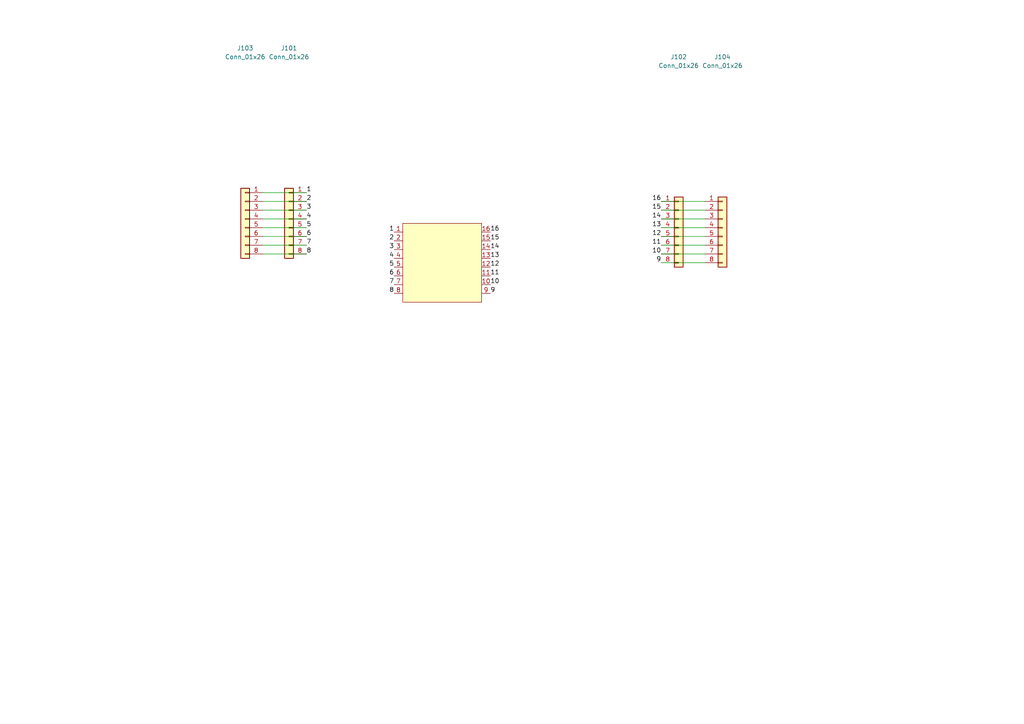
<source format=kicad_sch>
(kicad_sch (version 20250114) (generator "eeschema") (generator_version "9.0")
  (paper "A4")
  (lib_symbols
    (symbol "Connector_Generic:Conn_01x08" (pin_names (offset 1.016) (hide yes))
      (property "Reference" "J" (at 0 10.16 0))
      (property "Value" "Conn_01x08" (at 0 -12.7 0))
      (symbol "Conn_01x08_1_1"
        (rectangle (start -1.27 8.89) (end 1.27 -11.43) (stroke (width 0.254)) (fill (type background)))
        (rectangle (start -1.27 7.747) (end 0 7.493) (stroke (width 0.1524)))
        (rectangle (start -1.27 5.207) (end 0 4.953) (stroke (width 0.1524)))
        (rectangle (start -1.27 2.667) (end 0 2.413) (stroke (width 0.1524)))
        (rectangle (start -1.27 0.127) (end 0 -0.127) (stroke (width 0.1524)))
        (rectangle (start -1.27 -2.413) (end 0 -2.667) (stroke (width 0.1524)))
        (rectangle (start -1.27 -4.953) (end 0 -5.207) (stroke (width 0.1524)))
        (rectangle (start -1.27 -7.493) (end 0 -7.747) (stroke (width 0.1524)))
        (rectangle (start -1.27 -10.033) (end 0 -10.287) (stroke (width 0.1524)))
        (pin passive line (at -5.08 7.62 0) (length 3.81) (name "Pin_1") (number "1"))
        (pin passive line (at -5.08 5.08 0) (length 3.81) (name "Pin_2") (number "2"))
        (pin passive line (at -5.08 2.54 0) (length 3.81) (name "Pin_3") (number "3"))
        (pin passive line (at -5.08 0 0) (length 3.81) (name "Pin_4") (number "4"))
        (pin passive line (at -5.08 -2.54 0) (length 3.81) (name "Pin_5") (number "5"))
        (pin passive line (at -5.08 -5.08 0) (length 3.81) (name "Pin_6") (number "6"))
        (pin passive line (at -5.08 -7.62 0) (length 3.81) (name "Pin_7") (number "7"))
        (pin passive line (at -5.08 -10.16 0) (length 3.81) (name "Pin_8") (number "8"))
      )
    )
    (symbol "Interface_Ethernet:VSC8541XMV-0x"
      (symbol "VSC8541XMV-0x_0_0"
        (pin unspecified line (at -13.97 8.89 0) (length 2.54) (name "") (number "1"))
        (pin unspecified line (at -13.97 6.35 0) (length 2.54) (name "") (number "2"))
        (pin unspecified line (at -13.97 3.81 0) (length 2.54) (name "") (number "3"))
        (pin unspecified line (at -13.97 1.27 0) (length 2.54) (name "") (number "4"))
        (pin unspecified line (at -13.97 -1.27 0) (length 2.54) (name "") (number "5"))
        (pin unspecified line (at -13.97 -3.81 0) (length 2.54) (name "") (number "6"))
        (pin unspecified line (at -13.97 -6.35 0) (length 2.54) (name "") (number "7"))
        (pin unspecified line (at -13.97 -8.89 0) (length 2.54) (name "") (number "8"))
        (pin unspecified line (at 13.97 8.89 180) (length 2.54) (name "") (number "16"))
        (pin unspecified line (at 13.97 6.35 180) (length 2.54) (name "") (number "15"))
        (pin unspecified line (at 13.97 3.81 180) (length 2.54) (name "") (number "14"))
        (pin unspecified line (at 13.97 1.27 180) (length 2.54) (name "") (number "13"))
        (pin unspecified line (at 13.97 -1.27 180) (length 2.54) (name "") (number "12"))
        (pin unspecified line (at 13.97 -3.81 180) (length 2.54) (name "") (number "11"))
        (pin unspecified line (at 13.97 -6.35 180) (length 2.54) (name "") (number "10"))
        (pin unspecified line (at 13.97 -8.89 180) (length 2.54) (name "") (number "9"))
      )
      (symbol "VSC8541XMV-0x_1_1"
        (rectangle (start -11.43 11.43) (end 11.43 -11.43) (fill (type background)))
      )
    )
  )
  (wire (pts (xy 204.47 60.96) (xy 191.77 60.96)))
  (wire (pts (xy 76.2 55.88) (xy 88.9 55.88)))
  (wire (pts (xy 76.2 68.58) (xy 88.9 68.58)))
  (wire (pts (xy 191.77 76.2) (xy 204.47 76.2)))
  (wire (pts (xy 76.2 73.66) (xy 88.9 73.66)))
  (wire (pts (xy 191.77 71.12) (xy 204.47 71.12)))
  (wire (pts (xy 76.2 66.04) (xy 88.9 66.04)))
  (wire (pts (xy 76.2 58.42) (xy 88.9 58.42)))
  (wire (pts (xy 191.77 73.66) (xy 204.47 73.66)))
  (wire (pts (xy 76.2 60.96) (xy 88.9 60.96)))
  (wire (pts (xy 191.77 68.58) (xy 204.47 68.58)))
  (wire (pts (xy 204.47 58.42) (xy 191.77 58.42)))
  (wire (pts (xy 76.2 71.12) (xy 88.9 71.12)))
  (wire (pts (xy 76.2 63.5) (xy 88.9 63.5)))
  (wire (pts (xy 204.47 66.04) (xy 191.77 66.04)))
  (wire (pts (xy 204.47 63.5) (xy 191.77 63.5)))
  (label "9" (at 191.77 76.2 180))
  (label "10" (at 191.77 73.66 180))
  (label "11" (at 191.77 71.12 180))
  (label "12" (at 191.77 68.58 180))
  (label "13" (at 191.77 66.04 180))
  (label "14" (at 191.77 63.5 180))
  (label "15" (at 191.77 60.96 180))
  (label "16" (at 191.77 58.42 180))
  (label "11" (at 142.24 80.01 0))
  (label "15" (at 142.24 69.85 0))
  (label "16" (at 142.24 67.31 0))
  (label "12" (at 142.24 77.47 0))
  (label "9" (at 142.24 85.09 0))
  (label "3" (at 88.9 60.96 0))
  (label "8" (at 88.9 73.66 0))
  (label "4" (at 88.9 63.5 0))
  (label "7" (at 88.9 71.12 0))
  (label "2" (at 88.9 58.42 0))
  (label "13" (at 142.24 74.93 0))
  (label "1" (at 88.9 55.88 0))
  (label "3" (at 114.3 72.39 180))
  (label "1" (at 114.3 67.31 180))
  (label "2" (at 114.3 69.85 180))
  (label "4" (at 114.3 74.93 180))
  (label "5" (at 114.3 77.47 180))
  (label "6" (at 114.3 80.01 180))
  (label "7" (at 114.3 82.55 180))
  (label "8" (at 114.3 85.09 180))
  (label "10" (at 142.24 82.55 0))
  (label "5" (at 88.9 66.04 0))
  (label "6" (at 88.9 68.58 0))
  (label "14" (at 142.24 72.39 0))
  (symbol (lib_id "Interface_Ethernet:VSC8541XMV-0x") (at 128.27 76.2 0) (unit 1)
    (property "Reference" "U101" (effects (hide yes)))
    (property "Value" "SOIC-8" (effects (hide yes)))
    (property "Footprint" "Package_DIP:SMDIP-16_W7.62mm" (effects (hide yes)))
  )
  (symbol (lib_id "Connector_Generic:Conn_01x08") (at 209.55 66.04 0) (unit 1)
    (property "Reference" "J104" (at 209.55 16.51 0))
    (property "Value" "Conn_01x26" (at 209.55 19.05 0))
    (property "Footprint" "Connector_PinHeader_2.54mm:PinHeader_1x08_P2.54mm_Vertical_SMD_Pin1Right" (effects (hide yes)))
    (property "Description" "Generic connector, single row, 01x08, script generated (kicad-library-utils/schlib/autogen/connector/)" (effects (hide yes)))
  )
  (symbol (lib_id "Connector_Generic:Conn_01x08") (at 83.82 63.5 0) (mirror y) (unit 1)
    (property "Reference" "J101" (at 83.82 13.97 0))
    (property "Value" "Conn_01x26" (at 83.82 16.51 0))
    (property "Footprint" "Connector_PinHeader_2.54mm:PinHeader_1x08_P2.54mm_Vertical" (effects (hide yes)))
    (property "Description" "Generic connector, single row, 01x08, script generated (kicad-library-utils/schlib/autogen/connector/)" (effects (hide yes)))
  )
  (symbol (lib_id "Connector_Generic:Conn_01x08") (at 196.85 66.04 0) (unit 1)
    (property "Reference" "J102" (at 196.85 16.51 0))
    (property "Value" "Conn_01x26" (at 196.85 19.05 0))
    (property "Footprint" "Connector_PinHeader_2.54mm:PinHeader_1x08_P2.54mm_Vertical" (effects (hide yes)))
    (property "Description" "Generic connector, single row, 01x08, script generated (kicad-library-utils/schlib/autogen/connector/)" (effects (hide yes)))
  )
  (symbol (lib_id "Connector_Generic:Conn_01x08") (at 71.12 63.5 0) (mirror y) (unit 1)
    (property "Reference" "J103" (at 71.12 13.97 0))
    (property "Value" "Conn_01x26" (at 71.12 16.51 0))
    (property "Footprint" "Connector_PinHeader_2.54mm:PinHeader_1x08_P2.54mm_Vertical_SMD_Pin1Right" (effects (hide yes)))
    (property "Description" "Generic connector, single row, 01x08, script generated (kicad-library-utils/schlib/autogen/connector/)" (effects (hide yes)))
  )
)
</source>
